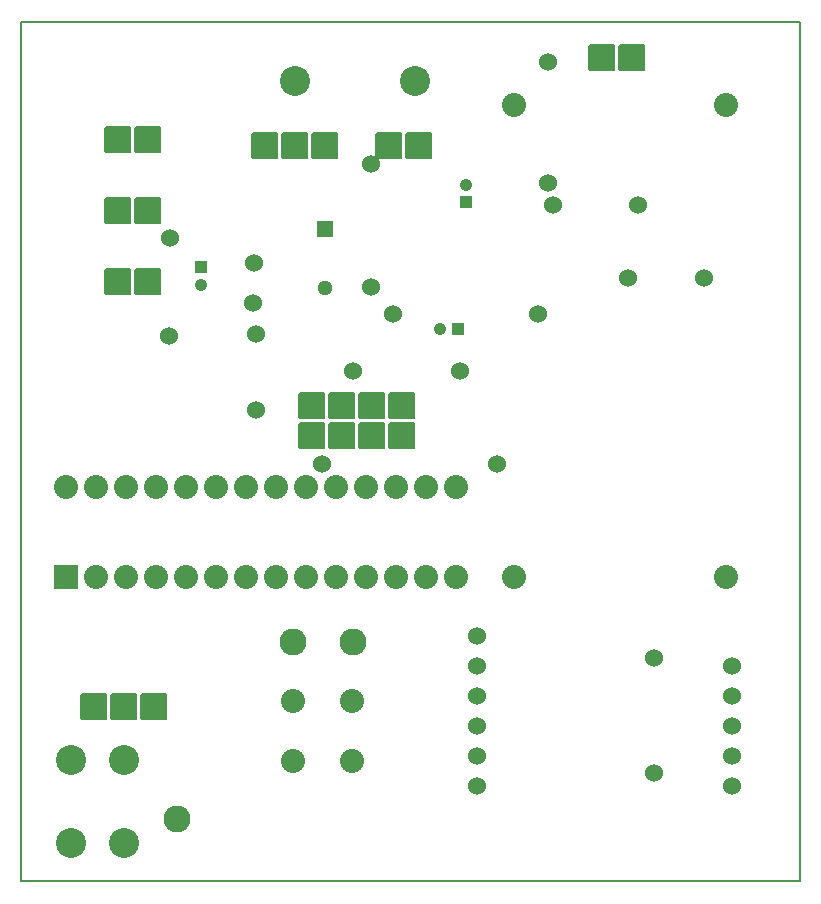
<source format=gbr>
G04 PROTEUS RS274X GERBER FILE*
%FSLAX45Y45*%
%MOMM*%
G01*
%ADD72C,1.524000*%
%AMPPAD023*
4,1,36,
-1.016000,-0.889000,
-1.016000,0.889000,
-1.013470,0.914970,
-1.006200,0.938980,
-0.994650,0.960580,
-0.979290,0.979290,
-0.960570,0.994650,
-0.938980,1.006200,
-0.914970,1.013470,
-0.889000,1.016000,
0.889000,1.016000,
0.914970,1.013470,
0.938980,1.006200,
0.960570,0.994650,
0.979290,0.979290,
0.994650,0.960580,
1.006200,0.938980,
1.013470,0.914970,
1.016000,0.889000,
1.016000,-0.889000,
1.013470,-0.914970,
1.006200,-0.938980,
0.994650,-0.960580,
0.979290,-0.979290,
0.960570,-0.994650,
0.938980,-1.006200,
0.914970,-1.013470,
0.889000,-1.016000,
-0.889000,-1.016000,
-0.914970,-1.013470,
-0.938980,-1.006200,
-0.960570,-0.994650,
-0.979290,-0.979290,
-0.994650,-0.960580,
-1.006200,-0.938980,
-1.013470,-0.914970,
-1.016000,-0.889000,
0*%
%ADD73PPAD023*%
%ADD71C,2.032000*%
%AMPPAD024*
4,1,36,
-1.016000,1.143000,
1.016000,1.143000,
1.041970,1.140470,
1.065980,1.133200,
1.087580,1.121650,
1.106290,1.106290,
1.121650,1.087570,
1.133200,1.065980,
1.140470,1.041970,
1.143000,1.016000,
1.143000,-1.016000,
1.140470,-1.041970,
1.133200,-1.065980,
1.121650,-1.087570,
1.106290,-1.106290,
1.087580,-1.121650,
1.065980,-1.133200,
1.041970,-1.140470,
1.016000,-1.143000,
-1.016000,-1.143000,
-1.041970,-1.140470,
-1.065980,-1.133200,
-1.087580,-1.121650,
-1.106290,-1.106290,
-1.121650,-1.087570,
-1.133200,-1.065980,
-1.140470,-1.041970,
-1.143000,-1.016000,
-1.143000,1.016000,
-1.140470,1.041970,
-1.133200,1.065980,
-1.121650,1.087570,
-1.106290,1.106290,
-1.087580,1.121650,
-1.065980,1.133200,
-1.041970,1.140470,
-1.016000,1.143000,
0*%
%ADD30PPAD024*%
%ADD31C,2.540000*%
%AMPPAD026*
4,1,4,
0.640000,0.640000,
0.640000,-0.640000,
-0.640000,-0.640000,
-0.640000,0.640000,
0.640000,0.640000,
0*%
%ADD32PPAD026*%
%ADD18C,1.280000*%
%AMPPAD027*
4,1,4,
0.525000,0.525000,
0.525000,-0.525000,
-0.525000,-0.525000,
-0.525000,0.525000,
0.525000,0.525000,
0*%
%ADD33PPAD027*%
%ADD70C,1.050000*%
%ADD15C,2.286000*%
%ADD20C,0.203200*%
D72*
X+1297627Y+4655399D03*
X+1300376Y+5485572D03*
X+2852969Y+4363554D03*
X+3761749Y+4363554D03*
X+2589378Y+3569447D03*
X+4068499Y+3569447D03*
X+5183326Y+5146345D03*
X+5825623Y+5146345D03*
X+2034157Y+4672826D03*
X+2031221Y+4026815D03*
X+4549975Y+5764082D03*
X+5262570Y+5764735D03*
X+5403855Y+1932120D03*
X+5403855Y+953162D03*
X+4505949Y+5954230D03*
X+4505949Y+6977348D03*
X+3192242Y+4842938D03*
X+4417347Y+4844933D03*
X+2004911Y+4931464D03*
X+2010902Y+5272926D03*
X+3004664Y+5072509D03*
X+3004160Y+6114457D03*
D73*
X+423601Y+2613126D03*
D71*
X+677601Y+2613126D03*
X+931601Y+2613126D03*
X+1185601Y+2613126D03*
X+1439601Y+2613126D03*
X+1693601Y+2613126D03*
X+1947601Y+2613126D03*
X+2201601Y+2613126D03*
X+2455601Y+2613126D03*
X+2709601Y+2613126D03*
X+2963601Y+2613126D03*
X+3217601Y+2613126D03*
X+3471601Y+2613126D03*
X+3725601Y+2613126D03*
X+3725601Y+3375126D03*
X+3471601Y+3375126D03*
X+3217601Y+3375126D03*
X+2963601Y+3375126D03*
X+2709601Y+3375126D03*
X+2455601Y+3375126D03*
X+2201601Y+3375126D03*
X+1947601Y+3375126D03*
X+1693601Y+3375126D03*
X+1439601Y+3375126D03*
X+1185601Y+3375126D03*
X+931601Y+3375126D03*
X+677601Y+3375126D03*
X+425601Y+3375126D03*
D30*
X+2109601Y+6263126D03*
X+2363601Y+6263126D03*
X+2617601Y+6263126D03*
D31*
X+2363601Y+6813126D03*
X+3379601Y+6813126D03*
D30*
X+5213601Y+7013126D03*
X+4959601Y+7013126D03*
D32*
X+2613601Y+5563126D03*
D18*
X+2613601Y+5063126D03*
D33*
X+1563601Y+5238126D03*
D70*
X+1563601Y+5088126D03*
D30*
X+3413601Y+6263126D03*
X+3159601Y+6263126D03*
D33*
X+3813601Y+5788126D03*
D70*
X+3813601Y+5938126D03*
D33*
X+3738601Y+4713126D03*
D70*
X+3588601Y+4713126D03*
D71*
X+6013601Y+6613126D03*
X+4213601Y+6613126D03*
X+6013601Y+2613126D03*
X+4213601Y+2613126D03*
D15*
X+2347601Y+2063126D03*
X+2855601Y+2063126D03*
D71*
X+2347601Y+1563126D03*
X+2347601Y+1055126D03*
X+2847601Y+1563126D03*
X+2847601Y+1055126D03*
D30*
X+1117601Y+5113126D03*
X+863601Y+5113126D03*
X+1113601Y+5713126D03*
X+859601Y+5713126D03*
X+1113601Y+6313126D03*
X+859601Y+6313126D03*
D72*
X+6063601Y+847126D03*
X+6063601Y+1101126D03*
X+6063601Y+1355126D03*
X+6063601Y+1609126D03*
X+6063601Y+1863126D03*
X+3904601Y+847126D03*
X+3904601Y+1101126D03*
X+3904601Y+1355126D03*
X+3904601Y+1609126D03*
X+3904601Y+1863126D03*
X+3904601Y+2117126D03*
D15*
X+1363601Y+563126D03*
D30*
X+2509601Y+3809126D03*
X+2763601Y+3809126D03*
X+3017601Y+3809126D03*
X+3271601Y+3809126D03*
X+3271601Y+4063126D03*
X+3017601Y+4063126D03*
X+2763601Y+4063126D03*
X+2509601Y+4063126D03*
X+663601Y+1513126D03*
X+917601Y+1513126D03*
X+1171601Y+1513126D03*
D31*
X+463601Y+363126D03*
X+463601Y+1063126D03*
X+913601Y+363126D03*
X+913601Y+1063126D03*
D20*
X+39941Y+39466D02*
X+6637261Y+39466D01*
X+6637261Y+7313126D01*
X+39941Y+7313126D01*
X+39941Y+39466D01*
M02*

</source>
